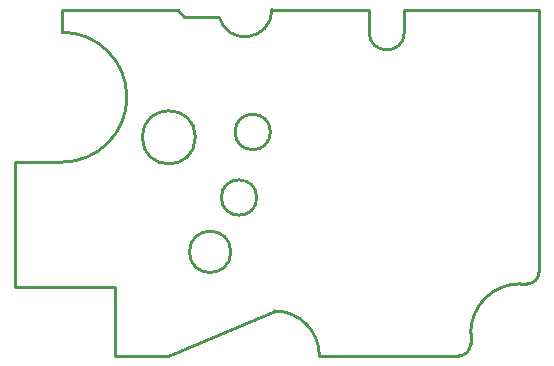
<source format=gbr>
%TF.GenerationSoftware,KiCad,Pcbnew,7.0.1*%
%TF.CreationDate,2024-02-21T00:56:44+02:00*%
%TF.ProjectId,PCBTRIGGERASSEMBLY,50434254-5249-4474-9745-52415353454d,rev?*%
%TF.SameCoordinates,Original*%
%TF.FileFunction,Profile,NP*%
%FSLAX46Y46*%
G04 Gerber Fmt 4.6, Leading zero omitted, Abs format (unit mm)*
G04 Created by KiCad (PCBNEW 7.0.1) date 2024-02-21 00:56:44*
%MOMM*%
%LPD*%
G01*
G04 APERTURE LIST*
%TA.AperFunction,Profile*%
%ADD10C,0.250000*%
%TD*%
G04 APERTURE END LIST*
D10*
X135000000Y-109100000D02*
G75*
G03*
X130800000Y-113300000I0J-4200000D01*
G01*
X122200000Y-85900000D02*
X122200000Y-87800000D01*
X96200000Y-85900000D02*
X106000000Y-85900000D01*
X109497281Y-86500011D02*
G75*
G03*
X113977672Y-85900000I2200019J600011D01*
G01*
X136600000Y-108113116D02*
X136600000Y-85900000D01*
X125200000Y-87800000D02*
X125200000Y-85900000D01*
X135000000Y-109100000D02*
X135600000Y-109100000D01*
X129800000Y-115200000D02*
G75*
G03*
X130800000Y-114200000I0J1000000D01*
G01*
X113850000Y-96250000D02*
G75*
G03*
X113850000Y-96250000I-1500000J0D01*
G01*
X106497321Y-86500000D02*
X109497321Y-86500000D01*
X100700000Y-115200000D02*
X105200000Y-115200000D01*
X110500000Y-106400000D02*
G75*
G03*
X110500000Y-106400000I-1750000J0D01*
G01*
X118000000Y-115200000D02*
X129800000Y-115200000D01*
X96200000Y-85900000D02*
X96200000Y-87800000D01*
X107500000Y-96700000D02*
G75*
G03*
X107500000Y-96700000I-2250000J0D01*
G01*
X106000000Y-85900000D02*
X106500000Y-86500000D01*
X100700000Y-109400000D02*
X92200000Y-109400000D01*
X135600000Y-109100000D02*
G75*
G03*
X136600087Y-108113116I13100J986900D01*
G01*
X122200000Y-87800000D02*
G75*
G03*
X125200000Y-87800000I1500000J0D01*
G01*
X130800000Y-114200000D02*
X130800000Y-113300000D01*
X92200000Y-98800000D02*
X92200000Y-109400000D01*
X92200000Y-98800000D02*
X96200000Y-98800000D01*
X113977672Y-85900000D02*
X122200000Y-85900000D01*
X100700000Y-115200000D02*
X100700000Y-109400000D01*
X114200000Y-111400000D02*
X105200000Y-115200000D01*
X96200000Y-98800000D02*
G75*
G03*
X96200000Y-87800000I0J5500000D01*
G01*
X118000000Y-115200000D02*
G75*
G03*
X114200000Y-111400000I-3800000J0D01*
G01*
X125200000Y-85900000D02*
X136600000Y-85900000D01*
X112700000Y-101800000D02*
G75*
G03*
X112700000Y-101800000I-1500000J0D01*
G01*
M02*

</source>
